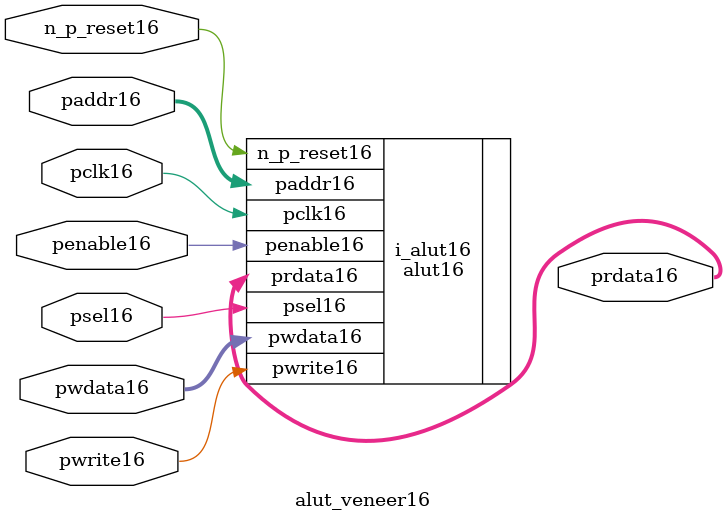
<source format=v>
module alut_veneer16
(   
   // Inputs16
   pclk16,
   n_p_reset16,
   psel16,            
   penable16,       
   pwrite16,         
   paddr16,           
   pwdata16,          

   // Outputs16
   prdata16  
);

   // APB16 Inputs16
   input             pclk16;               // APB16 clock16                          
   input             n_p_reset16;          // Reset16                              
   input             psel16;               // Module16 select16 signal16               
   input             penable16;            // Enable16 signal16                      
   input             pwrite16;             // Write when HIGH16 and read when LOW16  
   input [6:0]       paddr16;              // Address bus for read write         
   input [31:0]      pwdata16;             // APB16 write bus                      

   output [31:0]     prdata16;             // APB16 read bus                       


//-----------------------------------------------------------------------
//##############################################################################
// if the ALUT16 is NOT16 black16 boxed16 
//##############################################################################
`ifndef FV_KIT_BLACK_BOX_LUT16 


alut16 i_alut16 (
        //inputs16
        . n_p_reset16(n_p_reset16),
        . pclk16(pclk16),
        . psel16(psel16),
        . penable16(penable16),
        . pwrite16(pwrite16),
        . paddr16(paddr16[6:0]),
        . pwdata16(pwdata16),

        //outputs16
        . prdata16(prdata16)
);


`else 
//##############################################################################
// if the <module> is black16 boxed16 
//##############################################################################

   // APB16 Inputs16
   wire              pclk16;               // APB16 clock16                          
   wire              n_p_reset16;          // Reset16                              
   wire              psel16;               // Module16 select16 signal16               
   wire              penable16;            // Enable16 signal16                      
   wire              pwrite16;             // Write when HIGH16 and read when LOW16  
   wire  [6:0]       paddr16;              // Address bus for read write         
   wire  [31:0]      pwdata16;             // APB16 write bus                      

   reg   [31:0]      prdata16;             // APB16 read bus                       


`endif

endmodule

</source>
